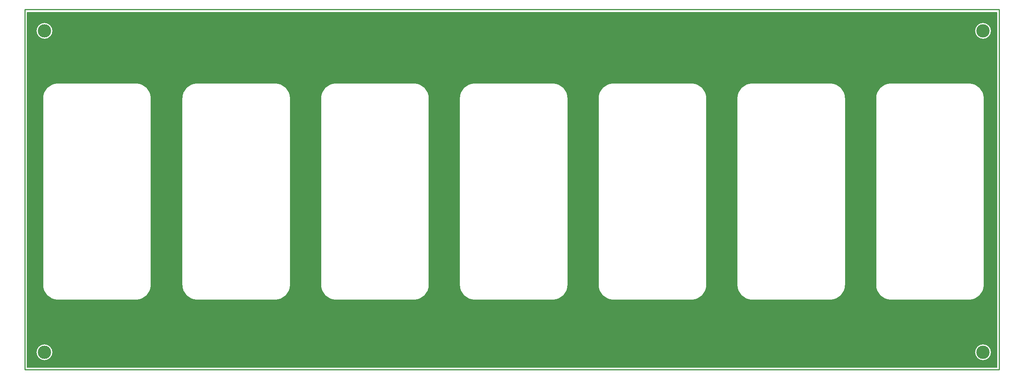
<source format=gbl>
G04 Layer: BottomLayer*
G04 EasyEDA Pro v1.9.29, 2023-06-21 20:50:08*
G04 Gerber Generator version 0.3*
G04 Scale: 100 percent, Rotated: No, Reflected: No*
G04 Dimensions in millimeters*
G04 Leading zeros omitted, absolute positions, 3 integers and 3 decimals*
%FSLAX33Y33*%
%MOMM*%
%ADD999C,0.2032*%
%ADD10C,0.254*%
%ADD11C,2.999999*%
G75*


G04 Copper Start*
G36*
G01X595Y-80168D02*
G01X595Y-306D01*
G01X218624D01*
G01Y-80168D01*
G01X595D01*
G37*
%LPC*%
G36*
G01X25100Y-65035D02*
G03X28458Y-61677I0J3358D01*
G01Y-19620D01*
G03X25100Y-16262I-3358J0D01*
G01X7478D01*
G03X4120Y-19620I0J-3358D01*
G01Y-61677D01*
G03X7478Y-65035I3358J0D01*
G01X25100D01*
G37*
G36*
G01X181181Y-65035D02*
G03X184539Y-61677I0J3358D01*
G01Y-19620D01*
G03X181181Y-16262I-3358J0D01*
G01X163559D01*
G03X160201Y-19620I0J-3358D01*
G01Y-61677D01*
G03X163559Y-65035I3358J0D01*
G01X181181D01*
G37*
G36*
G01X212374Y-65035D02*
G03X215732Y-61677I0J3358D01*
G01Y-19620D01*
G03X212374Y-16262I-3358J0D01*
G01X194752D01*
G03X191394Y-19620I0J-3358D01*
G01Y-61677D01*
G03X194752Y-65035I3358J0D01*
G01X212374D01*
G37*
G36*
G01X56408Y-65035D02*
G03X59766Y-61677I0J3358D01*
G01Y-19620D01*
G03X56408Y-16262I-3358J0D01*
G01X38786D01*
G03X35428Y-19620I0J-3358D01*
G01Y-61677D01*
G03X38786Y-65035I3358J0D01*
G01X56408D01*
G37*
G36*
G01X118794Y-65035D02*
G03X122152Y-61677I0J3358D01*
G01Y-19620D01*
G03X118794Y-16262I-3358J0D01*
G01X101172D01*
G03X97814Y-19620I0J-3358D01*
G01Y-61677D01*
G03X101172Y-65035I3358J0D01*
G01X118794D01*
G37*
G36*
G01X149988Y-65035D02*
G03X153346Y-61677I0J3358D01*
G01Y-19620D01*
G03X149988Y-16262I-3358J0D01*
G01X132366D01*
G03X129007Y-19620I0J-3358D01*
G01Y-61677D01*
G03X132366Y-65035I3358J0D01*
G01X149988D01*
G37*
G36*
G01X87601Y-65035D02*
G03X90959Y-61677I0J3358D01*
G01Y-19620D01*
G03X87601Y-16262I-3358J0D01*
G01X69979D01*
G03X66621Y-19620I0J-3358D01*
G01Y-61677D01*
G03X69979Y-65035I3358J0D01*
G01X87601D01*
G37*
G36*
G01X2642Y-76800D02*
G03X4500Y-78658I1858J0D01*
G03X6358Y-76800I0J1858D01*
G03X4500Y-74942I-1858J0D01*
G03X2642Y-76800I0J-1858D01*
G37*
G36*
G01X215500Y-6358D02*
G03X217358Y-4500I0J1858D01*
G03X215500Y-2642I-1858J0D01*
G03X213642Y-4500I0J-1858D01*
G03X215500Y-6358I1858J0D01*
G37*
G36*
G01X2642Y-4500D02*
G03X4500Y-6358I1858J0D01*
G03X6358Y-4500I0J1858D01*
G03X4500Y-2642I-1858J0D01*
G03X2642Y-4500I0J-1858D01*
G37*
G36*
G01X215500Y-78658D02*
G03X217358Y-76800I0J1858D01*
G03X215500Y-74942I-1858J0D01*
G03X213642Y-76800I0J-1858D01*
G03X215500Y-78658I1858J0D01*
G37*
%LPD*%
G54D999*
G01X595Y-80168D02*
G01X595Y-306D01*
G01X218624D01*
G01Y-80168D01*
G01X595D01*
G01X25100Y-65035D02*
G03X28458Y-61677I0J3358D01*
G01Y-19620D01*
G03X25100Y-16262I-3358J0D01*
G01X7478D01*
G03X4120Y-19620I0J-3358D01*
G01Y-61677D01*
G03X7478Y-65035I3358J0D01*
G01X25100D01*
G01X181181Y-65035D02*
G03X184539Y-61677I0J3358D01*
G01Y-19620D01*
G03X181181Y-16262I-3358J0D01*
G01X163559D01*
G03X160201Y-19620I0J-3358D01*
G01Y-61677D01*
G03X163559Y-65035I3358J0D01*
G01X181181D01*
G01X212374Y-65035D02*
G03X215732Y-61677I0J3358D01*
G01Y-19620D01*
G03X212374Y-16262I-3358J0D01*
G01X194752D01*
G03X191394Y-19620I0J-3358D01*
G01Y-61677D01*
G03X194752Y-65035I3358J0D01*
G01X212374D01*
G01X56408Y-65035D02*
G03X59766Y-61677I0J3358D01*
G01Y-19620D01*
G03X56408Y-16262I-3358J0D01*
G01X38786D01*
G03X35428Y-19620I0J-3358D01*
G01Y-61677D01*
G03X38786Y-65035I3358J0D01*
G01X56408D01*
G01X118794Y-65035D02*
G03X122152Y-61677I0J3358D01*
G01Y-19620D01*
G03X118794Y-16262I-3358J0D01*
G01X101172D01*
G03X97814Y-19620I0J-3358D01*
G01Y-61677D01*
G03X101172Y-65035I3358J0D01*
G01X118794D01*
G01X149988Y-65035D02*
G03X153346Y-61677I0J3358D01*
G01Y-19620D01*
G03X149988Y-16262I-3358J0D01*
G01X132366D01*
G03X129007Y-19620I0J-3358D01*
G01Y-61677D01*
G03X132366Y-65035I3358J0D01*
G01X149988D01*
G01X87601Y-65035D02*
G03X90959Y-61677I0J3358D01*
G01Y-19620D01*
G03X87601Y-16262I-3358J0D01*
G01X69979D01*
G03X66621Y-19620I0J-3358D01*
G01Y-61677D01*
G03X69979Y-65035I3358J0D01*
G01X87601D01*
G01X2642Y-76800D02*
G03X4500Y-78658I1858J0D01*
G03X6358Y-76800I0J1858D01*
G03X4500Y-74942I-1858J0D01*
G03X2642Y-76800I0J-1858D01*
G01X215500Y-6358D02*
G03X217358Y-4500I0J1858D01*
G03X215500Y-2642I-1858J0D01*
G03X213642Y-4500I0J-1858D01*
G03X215500Y-6358I1858J0D01*
G01X2642Y-4500D02*
G03X4500Y-6358I1858J0D01*
G03X6358Y-4500I0J1858D01*
G03X4500Y-2642I-1858J0D01*
G03X2642Y-4500I0J-1858D01*
G01X215500Y-78658D02*
G03X217358Y-76800I0J1858D01*
G03X215500Y-74942I-1858J0D01*
G03X213642Y-76800I0J-1858D01*
G03X215500Y-78658I1858J0D01*
G04 Copper End*

G04 Rect Start*
G54D10*
G01X109Y347D02*
G01X109Y-80653D01*
G01X219109D01*
G01Y347D01*
G01X109D01*
G04 Rect End*

G04 Pad Start*
G54D11*
G01X215500Y-4500D03*
G01X215500Y-76800D03*
G01X4500Y-4500D03*
G01X4500Y-76800D03*
G04 Pad End*

M02*

</source>
